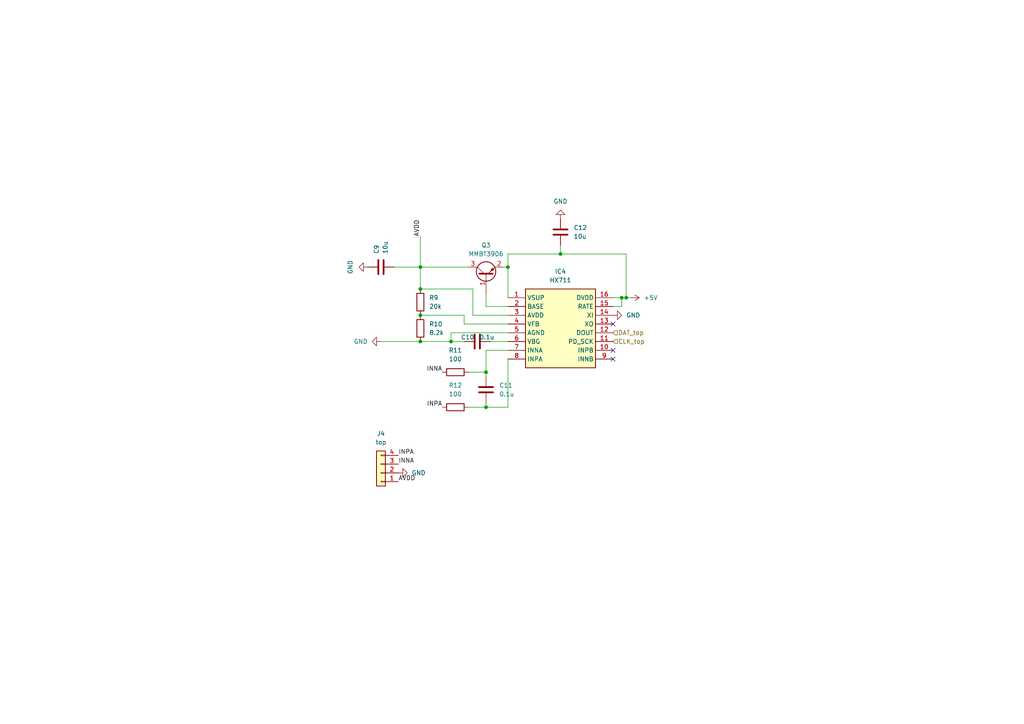
<source format=kicad_sch>
(kicad_sch (version 20231120) (generator "eeschema") (generator_version "8.0")
  (paper "A4")
  (lib_symbols
    (symbol "Connector_Generic:Conn_01x04" (pin_names (offset 1.016) hide)
      (property "Reference" "J" (at 0 5.08 0))
      (property "Value" "Conn_01x04" (at 0 -7.62 0))
      (symbol "Conn_01x04_1_1"
        (rectangle (start -1.27 -4.953) (end 0 -5.207) (stroke (width 0.1524)))
        (rectangle (start -1.27 -2.413) (end 0 -2.667) (stroke (width 0.1524)))
        (rectangle (start -1.27 0.127) (end 0 -0.127) (stroke (width 0.1524)))
        (rectangle (start -1.27 2.667) (end 0 2.413) (stroke (width 0.1524)))
        (rectangle (start -1.27 3.81) (end 1.27 -6.35) (stroke (width 0.254)) (fill (type background)))
        (pin passive line (at -5.08 2.54 0) (length 3.81) (name "Pin_1") (number "1"))
        (pin passive line (at -5.08 0 0) (length 3.81) (name "Pin_2") (number "2"))
        (pin passive line (at -5.08 -2.54 0) (length 3.81) (name "Pin_3") (number "3"))
        (pin passive line (at -5.08 -5.08 0) (length 3.81) (name "Pin_4") (number "4"))
      )
    )
    (symbol "Device:C" (pin_numbers hide) (pin_names (offset 0.254))
      (property "Reference" "C" (at 0.635 2.54 0))
      (property "Value" "C" (at 0.635 -2.54 0))
      (symbol "C_0_1"
        (polyline (pts (xy -2.032 -0.762) (xy 2.032 -0.762)) (stroke (width 0.508)))
        (polyline (pts (xy -2.032 0.762) (xy 2.032 0.762)) (stroke (width 0.508)))
      )
      (symbol "C_1_1"
        (pin passive line (at 0 3.81 270) (length 2.794) (name "~") (number "1"))
        (pin passive line (at 0 -3.81 90) (length 2.794) (name "~") (number "2"))
      )
    )
    (symbol "Device:R" (pin_numbers hide) (pin_names (offset 0))
      (property "Reference" "R" (at 2.032 0 90))
      (property "Value" "R" (at 0 0 90))
      (symbol "R_0_1"
        (rectangle (start -1.016 -2.54) (end 1.016 2.54) (stroke (width 0.254)))
      )
      (symbol "R_1_1"
        (pin passive line (at 0 3.81 270) (length 1.27) (name "~") (number "1"))
        (pin passive line (at 0 -3.81 90) (length 1.27) (name "~") (number "2"))
      )
    )
    (symbol "SamacSys_Parts:HX711"
      (property "Reference" "IC" (at 26.67 7.62 0))
      (property "Value" "HX711" (at 26.67 5.08 0))
      (symbol "HX711_1_1"
        (rectangle (start 5.08 2.54) (end 25.4 -20.32) (stroke (width 0.254)) (fill (type background)))
        (pin passive line (at 0 0 0) (length 5.08) (name "VSUP") (number "1"))
        (pin passive line (at 30.48 -15.24 180) (length 5.08) (name "INPB") (number "10"))
        (pin passive line (at 30.48 -12.7 180) (length 5.08) (name "PD_SCK") (number "11"))
        (pin passive line (at 30.48 -10.16 180) (length 5.08) (name "DOUT") (number "12"))
        (pin passive line (at 30.48 -7.62 180) (length 5.08) (name "XO") (number "13"))
        (pin passive line (at 30.48 -5.08 180) (length 5.08) (name "XI") (number "14"))
        (pin passive line (at 30.48 -2.54 180) (length 5.08) (name "RATE") (number "15"))
        (pin passive line (at 30.48 0 180) (length 5.08) (name "DVDD") (number "16"))
        (pin passive line (at 0 -2.54 0) (length 5.08) (name "BASE") (number "2"))
        (pin passive line (at 0 -5.08 0) (length 5.08) (name "AVDD") (number "3"))
        (pin passive line (at 0 -7.62 0) (length 5.08) (name "VFB") (number "4"))
        (pin passive line (at 0 -10.16 0) (length 5.08) (name "AGND") (number "5"))
        (pin passive line (at 0 -12.7 0) (length 5.08) (name "VBG") (number "6"))
        (pin passive line (at 0 -15.24 0) (length 5.08) (name "INNA") (number "7"))
        (pin passive line (at 0 -17.78 0) (length 5.08) (name "INPA") (number "8"))
        (pin passive line (at 30.48 -17.78 180) (length 5.08) (name "INNB") (number "9"))
      )
    )
    (symbol "Transistor_BJT:MMBT3906" (pin_names (offset 0) hide)
      (property "Reference" "Q" (at 5.08 1.905 0))
      (property "Value" "MMBT3906" (at 5.08 0 0))
      (symbol "MMBT3906_0_1"
        (polyline (pts (xy 0.635 0.635) (xy 2.54 2.54)))
        (polyline (pts (xy 0.635 -0.635) (xy 2.54 -2.54) (xy 2.54 -2.54)))
        (polyline (pts (xy 0.635 1.905) (xy 0.635 -1.905) (xy 0.635 -1.905)) (stroke (width 0.508)))
        (polyline (pts (xy 2.286 -1.778) (xy 1.778 -2.286) (xy 1.27 -1.27) (xy 2.286 -1.778) (xy 2.286 -1.778)) (fill (type outline)))
        (circle (center 1.27 0) (radius 2.8194) (stroke (width 0.254)))
      )
      (symbol "MMBT3906_1_1"
        (pin input line (at -5.08 0 0) (length 5.715) (name "B") (number "1"))
        (pin passive line (at 2.54 -5.08 90) (length 2.54) (name "E") (number "2"))
        (pin passive line (at 2.54 5.08 270) (length 2.54) (name "C") (number "3"))
      )
    )
    (symbol "power:+5V" (power) (pin_numbers hide) (pin_names (offset 0) hide)
      (property "Value" "+5V" (at 0 3.556 0))
      (symbol "+5V_0_1"
        (polyline (pts (xy -0.762 1.27) (xy 0 2.54)))
        (polyline (pts (xy 0 0) (xy 0 2.54)))
        (polyline (pts (xy 0 2.54) (xy 0.762 1.27)))
      )
      (symbol "+5V_1_1"
        (pin power_in line (at 0 0 90) (length 0) (name "~") (number "1"))
      )
    )
    (symbol "power:GND" (power) (pin_numbers hide) (pin_names (offset 0) hide)
      (property "Value" "GND" (at 0 -3.81 0))
      (symbol "GND_0_1"
        (polyline (pts (xy 0 0) (xy 0 -1.27) (xy 1.27 -1.27) (xy 0 -2.54) (xy -1.27 -1.27) (xy 0 -1.27)))
      )
      (symbol "GND_1_1"
        (pin power_in line (at 0 0 270) (length 0) (name "~") (number "1"))
      )
    )
  )
  (junction (at 121.92 83.82))
  (junction (at 147.32 77.47))
  (junction (at 140.97 107.95))
  (junction (at 121.92 99.06))
  (junction (at 162.56 73.66))
  (junction (at 181.61 86.36))
  (junction (at 121.92 77.47))
  (junction (at 140.97 118.11))
  (junction (at 121.92 91.44))
  (junction (at 180.34 86.36))
  (junction (at 130.81 99.06))
  (no_connect (at 177.8 93.98))
  (no_connect (at 177.8 101.6))
  (no_connect (at 177.8 104.14))
  (wire (pts (xy 162.56 71.12) (xy 162.56 73.66)))
  (wire (pts (xy 121.92 83.82) (xy 121.92 77.47)))
  (wire (pts (xy 147.32 91.44) (xy 137.16 91.44)))
  (wire (pts (xy 181.61 73.66) (xy 181.61 86.36)))
  (wire (pts (xy 110.49 99.06) (xy 121.92 99.06)))
  (wire (pts (xy 137.16 91.44) (xy 137.16 83.82)))
  (wire (pts (xy 147.32 101.6) (xy 140.97 101.6)))
  (wire (pts (xy 147.32 96.52) (xy 130.81 96.52)))
  (wire (pts (xy 134.62 91.44) (xy 121.92 91.44)))
  (wire (pts (xy 130.81 96.52) (xy 130.81 99.06)))
  (wire (pts (xy 134.62 93.98) (xy 147.32 93.98)))
  (wire (pts (xy 180.34 88.9) (xy 180.34 86.36)))
  (wire (pts (xy 162.56 73.66) (xy 181.61 73.66)))
  (wire (pts (xy 147.32 73.66) (xy 147.32 77.47)))
  (wire (pts (xy 114.3 77.47) (xy 121.92 77.47)))
  (wire (pts (xy 181.61 86.36) (xy 180.34 86.36)))
  (wire (pts (xy 121.92 83.82) (xy 137.16 83.82)))
  (wire (pts (xy 142.24 99.06) (xy 147.32 99.06)))
  (wire (pts (xy 147.32 77.47) (xy 147.32 86.36)))
  (wire (pts (xy 140.97 118.11) (xy 135.89 118.11)))
  (wire (pts (xy 147.32 104.14) (xy 147.32 118.11)))
  (wire (pts (xy 140.97 88.9) (xy 147.32 88.9)))
  (wire (pts (xy 121.92 77.47) (xy 135.89 77.47)))
  (wire (pts (xy 140.97 109.22) (xy 140.97 107.95)))
  (wire (pts (xy 135.89 107.95) (xy 140.97 107.95)))
  (wire (pts (xy 121.92 99.06) (xy 130.81 99.06)))
  (wire (pts (xy 147.32 73.66) (xy 162.56 73.66)))
  (wire (pts (xy 182.88 86.36) (xy 181.61 86.36)))
  (wire (pts (xy 121.92 68.58) (xy 121.92 77.47)))
  (wire (pts (xy 134.62 93.98) (xy 134.62 91.44)))
  (wire (pts (xy 147.32 77.47) (xy 146.05 77.47)))
  (wire (pts (xy 140.97 116.84) (xy 140.97 118.11)))
  (wire (pts (xy 180.34 86.36) (xy 177.8 86.36)))
  (wire (pts (xy 140.97 85.09) (xy 140.97 88.9)))
  (wire (pts (xy 130.81 99.06) (xy 134.62 99.06)))
  (wire (pts (xy 147.32 118.11) (xy 140.97 118.11)))
  (wire (pts (xy 140.97 101.6) (xy 140.97 107.95)))
  (wire (pts (xy 177.8 88.9) (xy 180.34 88.9)))
  (label "AVDD" (at 115.57 139.7 0))
  (label "INNA" (at 128.27 107.95 180))
  (label "INPA" (at 128.27 118.11 180))
  (label "INPA" (at 115.57 132.08 0))
  (label "INNA" (at 115.57 134.62 0))
  (label "AVDD" (at 121.92 68.58 90))
  (hierarchical_label "DAT_top" (shape input) (at 177.8 96.52 0))
  (hierarchical_label "CLK_top" (shape input) (at 177.8 99.06 0))
  (symbol (lib_id "Device:R") (at 121.92 87.63 0) (unit 1)
    (property "Reference" "R9" (at 124.46 86.3599 0) (effects (justify left)))
    (property "Value" "20k" (at 124.46 88.8999 0) (effects (justify left)))
    (property "Footprint" "Resistor_SMD:R_0603_1608Metric" (effects (hide yes)))
    (property "Description" "Resistor" (effects (hide yes)))
  )
  (symbol (lib_id "power:GND") (at 177.8 91.44 90) (unit 1)
    (property "Reference" "#PWR017" (effects (hide yes)))
    (property "Value" "GND" (at 181.61 91.4399 90) (effects (justify right)))
    (property "Description" "Power symbol creates a global label with name \"GND\" , ground" (effects (hide yes)))
  )
  (symbol (lib_id "SamacSys_Parts:HX711") (at 147.32 86.36 0) (unit 1)
    (property "Reference" "IC4" (at 162.56 78.74 0))
    (property "Value" "HX711" (at 162.56 81.28 0))
    (property "Footprint" "SamacSys_Parts:SOIC127P600X160-16N" (effects (hide yes)))
    (property "Datasheet" "https://cdn.sparkfun.com/datasheets/Sensors/ForceFlex/hx711_english.pdf" (effects (hide yes)))
    (property "Description" "24-Bit Analog-to-Digital Converter (ADC) for Weigh Scale" (effects (hide yes)))
    (property "Height" "1.6" (effects (hide yes)))
    (property "Manufacturer_Name" "AVIA" (effects (hide yes)))
    (property "Manufacturer_Part_Number" "HX711" (effects (hide yes)))
  )
  (symbol (lib_id "Connector_Generic:Conn_01x04") (at 110.49 137.16 180) (unit 1)
    (property "Reference" "J4" (at 110.49 125.73 0))
    (property "Value" "top" (at 110.49 128.27 0))
    (property "Footprint" "Connector_JST:JST_XH_B4B-XH-AM_1x04_P2.50mm_Vertical" (effects (hide yes)))
    (property "Description" "Generic connector, single row, 01x04, script generated (kicad-library-utils/schlib/autogen/connector/)" (effects (hide yes)))
  )
  (symbol (lib_id "Transistor_BJT:MMBT3906") (at 140.97 80.01 90) (unit 1)
    (property "Reference" "Q3" (at 140.97 71.12 90))
    (property "Value" "MMBT3906" (at 140.97 73.66 90))
    (property "Footprint" "Package_TO_SOT_SMD:SOT-23" (effects (hide yes)))
    (property "Datasheet" "https://www.onsemi.com/pdf/datasheet/pzt3906-d.pdf" (effects (hide yes)))
    (property "Description" "-0.2A Ic, -40V Vce, Small Signal PNP Transistor, SOT-23" (effects (hide yes)))
  )
  (symbol (lib_id "Device:R") (at 132.08 118.11 270) (unit 1)
    (property "Reference" "R12" (at 132.08 111.76 90))
    (property "Value" "100" (at 132.08 114.3 90))
    (property "Footprint" "Resistor_SMD:R_0603_1608Metric" (effects (hide yes)))
    (property "Description" "Resistor" (effects (hide yes)))
  )
  (symbol (lib_id "power:GND") (at 115.57 137.16 90) (unit 1)
    (property "Reference" "#PWR015" (effects (hide yes)))
    (property "Value" "GND" (at 119.38 137.1599 90) (effects (justify right)))
    (property "Description" "Power symbol creates a global label with name \"GND\" , ground" (effects (hide yes)))
  )
  (symbol (lib_id "power:GND") (at 106.68 77.47 270) (unit 1)
    (property "Reference" "#PWR013" (effects (hide yes)))
    (property "Value" "GND" (at 101.6 77.47 0))
    (property "Description" "Power symbol creates a global label with name \"GND\" , ground" (effects (hide yes)))
  )
  (symbol (lib_id "Device:C") (at 140.97 113.03 0) (unit 1)
    (property "Reference" "C11" (at 144.78 111.7599 0) (effects (justify left)))
    (property "Value" "0.1u" (at 144.78 114.2999 0) (effects (justify left)))
    (property "Footprint" "Capacitor_SMD:C_0603_1608Metric" (effects (hide yes)))
    (property "Description" "Unpolarized capacitor" (effects (hide yes)))
  )
  (symbol (lib_id "power:GND") (at 162.56 63.5 180) (unit 1)
    (property "Reference" "#PWR016" (effects (hide yes)))
    (property "Value" "GND" (at 162.56 58.42 0))
    (property "Description" "Power symbol creates a global label with name \"GND\" , ground" (effects (hide yes)))
  )
  (symbol (lib_id "Device:R") (at 121.92 95.25 0) (unit 1)
    (property "Reference" "R10" (at 124.46 93.9799 0) (effects (justify left)))
    (property "Value" "8.2k" (at 124.46 96.5199 0) (effects (justify left)))
    (property "Footprint" "Resistor_SMD:R_0603_1608Metric" (effects (hide yes)))
    (property "Description" "Resistor" (effects (hide yes)))
  )
  (symbol (lib_id "Device:C") (at 138.43 99.06 270) (unit 1)
    (property "Reference" "C10" (at 135.636 97.79 90))
    (property "Value" "0.1u" (at 141.224 97.79 90))
    (property "Footprint" "Capacitor_SMD:C_0603_1608Metric" (effects (hide yes)))
    (property "Description" "Unpolarized capacitor" (effects (hide yes)))
  )
  (symbol (lib_id "power:+5V") (at 182.88 86.36 270) (unit 1)
    (property "Reference" "#PWR012" (effects (hide yes)))
    (property "Value" "+5V" (at 186.69 86.3599 90) (effects (justify left)))
    (property "Description" "Power symbol creates a global label with name \"+5V\"" (effects (hide yes)))
  )
  (symbol (lib_id "Device:C") (at 110.49 77.47 90) (unit 1)
    (property "Reference" "C9" (at 109.2199 73.66 0) (effects (justify left)))
    (property "Value" "10u" (at 111.7599 73.66 0) (effects (justify left)))
    (property "Footprint" "Capacitor_SMD:C_0603_1608Metric" (effects (hide yes)))
    (property "Description" "Unpolarized capacitor" (effects (hide yes)))
  )
  (symbol (lib_id "Device:R") (at 132.08 107.95 270) (unit 1)
    (property "Reference" "R11" (at 132.08 101.6 90))
    (property "Value" "100" (at 132.08 104.14 90))
    (property "Footprint" "Resistor_SMD:R_0603_1608Metric" (effects (hide yes)))
    (property "Description" "Resistor" (effects (hide yes)))
  )
  (symbol (lib_id "power:GND") (at 110.49 99.06 270) (unit 1)
    (property "Reference" "#PWR014" (effects (hide yes)))
    (property "Value" "GND" (at 106.68 99.0599 90) (effects (justify right)))
    (property "Description" "Power symbol creates a global label with name \"GND\" , ground" (effects (hide yes)))
  )
  (symbol (lib_id "Device:C") (at 162.56 67.31 0) (unit 1)
    (property "Reference" "C12" (at 166.37 66.0399 0) (effects (justify left)))
    (property "Value" "10u" (at 166.37 68.5799 0) (effects (justify left)))
    (property "Footprint" "Capacitor_SMD:C_0603_1608Metric" (effects (hide yes)))
    (property "Description" "Unpolarized capacitor" (effects (hide yes)))
  )
)
</source>
